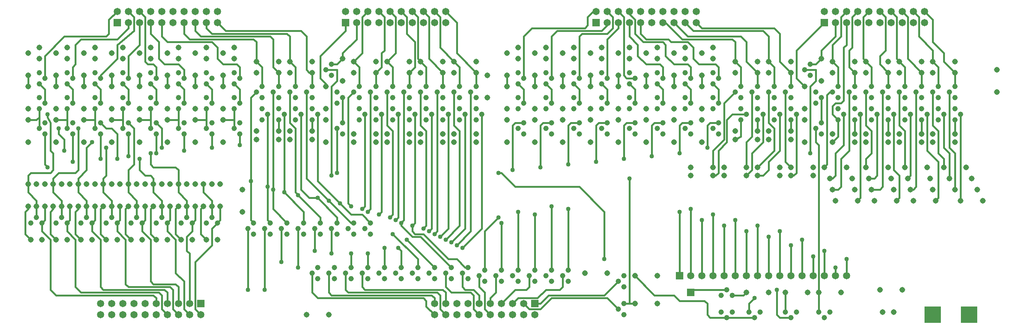
<source format=gbl>
G04 Output by ViewMate Deluxe V11.0.9  PentaLogix LLC*
G04 Mon Sep 14 11:20:41 2015*
%FSLAX33Y33*%
%MOMM*%
%IPPOS*%
%ADD11C,1.3081*%
%ADD12C,1.209*%
%ADD17C,1.016*%
%ADD100R,3.81X3.81*%
%ADD101R,1.651X1.651*%
%ADD102C,1.651*%
%ADD103R,1.8009X1.8009*%
%ADD104C,0.4064*%

%LPD*%
X0Y0D2*D104*G1X55651Y65088D2*X55651Y62548D1*X41681Y77152D2*X41681Y73978D1*X42951Y72708*X53111Y72708*X54381Y71438*X54381Y68898*X55651Y67628*X58826Y67628*X59461Y66992*X59461Y64452*X59461Y61912D2*X58191Y63182D1*X58191Y53022D2*X58191Y54928D1*X55651Y54928D2*X58191Y54928D1*X58191Y57468*X59461Y61912D2*X59461Y58738D1*X72161Y62548D2*X72161Y66992D1*X70891Y68262*X70891Y73978*X70256Y74612*X53111Y74612*X51841Y75882*X51841Y77152*X54381Y77152D2*X56286Y75248D1*X73431Y75248*X74701Y73978*X74701Y66358*X75336Y65722*X75971Y65722*X75971Y62548*X81686Y63818D2*X81686Y66358D1*X79146Y66358*X80416Y67628D2*X81686Y67628D1*X82956Y68898*X82956Y70168*X86131Y73342*X86131Y77152*X83591Y77152D2*X83591Y75248D1*X77876Y69532*X77876Y64452*X79146Y63182*X79146Y62548*X81686Y63818D2*X80416Y62548D1*X119151Y42862D2*X118516Y42862D1*X192811Y77152D2*X186461Y70802D1*X186461Y64452*X158521Y65088D2*X158521Y62548D1*X164871Y62548D2*X164871Y65088D1*X191541Y15558D2*X191541Y49212D1*X183921Y15558D2*X183921Y11112D1*X182016Y16192D2*X182016Y10478D1*X182651Y9842*X185191Y9842*X191541Y15558D2*X191541Y11112D1*X195351Y19368D2*X195351Y21272D1*X197891Y23178D2*X197891Y19368D1*X192811Y19368D2*X192811Y25082D1*X190271Y23812D2*X190271Y19368D1*X185191Y19368D2*X185191Y26352D1*X187731Y27622D2*X187731Y19368D1*X182651Y19368D2*X182651Y29528D1*X180111Y28258D2*X180111Y19368D1*X175031Y19368D2*X175031Y29528D1*X177571Y30798D2*X177571Y19368D1*X172491Y19368D2*X172491Y32068D1*X169951Y30798D2*X169951Y19368D1*X167411Y19368D2*X167411Y33338D1*X164871Y32068D2*X164871Y19368D1*X159791Y19368D2*X159791Y33972D1*X162331Y34608D2*X162331Y19368D1*X148361Y41592D2*X148361Y13018D1*X149631Y13018D2*X148361Y13018D1*X147091Y13018*X145821Y11748D2*X143281Y14288D1*X130581Y14288*X128041Y11748*X125501Y11748*X124231Y13018*X127406Y14288D2*X129311Y16192D1*X132486Y16192*X133121Y16828*X133121Y19368*X130581Y35242D2*X130581Y20638D1*X134391Y20638D2*X134391Y34608D1*X142646Y23178D2*X142646Y33972D1*X136931Y39688*X122326Y39688*X119151Y42862*X124231Y54292D2*X122326Y54292D1*X121691Y53658*X121691Y43498*X128041Y44132D2*X128041Y53658D1*X128676Y54292*X130581Y54292*X136931Y54292D2*X135026Y54292D1*X134391Y53658*X134391Y44768*X140741Y45402D2*X140741Y53658D1*X141376Y54292*X143281Y54292*X149631Y54292D2*X147726Y54292D1*X147091Y53658*X147091Y46038*X153441Y46672D2*X153441Y53658D1*X154076Y54292*X155981Y54292*X162331Y54292D2*X160426Y54292D1*X159791Y53658*X159791Y47308*X166141Y48578D2*X166141Y53658D1*X166776Y54292*X168681Y54292*X173761Y54928D2*X173761Y51118D1*X172491Y50482*X177571Y54928D2*X177571Y52388D1*X185191Y52388D2*X185191Y54928D1*X190906Y53022D2*X190906Y49848D1*X191541Y49212*X189636Y62548D2*X189636Y47308D1*X192176Y54292D2*X192176Y60008D1*X195986Y54928D2*X195986Y51118D1*X194716Y49848*X199796Y54928D2*X199796Y51752D1*X207416Y51752D2*X207416Y54928D1*X222656Y54928D2*X222656Y51752D1*X217576Y61278D2*X217576Y53658D1*X213766Y39688D2*X213766Y61278D1*X212496Y39052D2*X213131Y39052D1*X213766Y39688*X223926Y56198D2*X223926Y36512D1*X220116Y56198D2*X220116Y48578D1*X221386Y47308*X221386Y41592*X220116Y44132D2*X220116Y46038D1*X218846Y47308*X218846Y52388*X217576Y53658*X215036Y54928D2*X215036Y51752D1*X216306Y56198D2*X216306Y47942D1*X218846Y45402*X218846Y37148*X218211Y36512*X222656Y39052D2*X222656Y47308D1*X221386Y48578*X221386Y61278*X222656Y62548D2*X222656Y65722D1*X220116Y68262*X220116Y70168*X217576Y72708*X217576Y77788*X215671Y79692*X213131Y79692D2*X214401Y78422D1*X214401Y73978*X217576Y70802*X217576Y68262*X218846Y66992*X218846Y62548*X215036Y62548D2*X215036Y65722D1*X211861Y68898*X211861Y78422*X210591Y79692*X208051Y79692D2*X209321Y78422D1*X209321Y68898*X209956Y68262*X211226Y66992*X211226Y62548*X209956Y61278D2*X209956Y53658D1*X211226Y52388*X211226Y44132*X211861Y41592D2*X212496Y42228D1*X212496Y56198*X208686Y56198D2*X208686Y43498D1*X209956Y42228*X209956Y37148*X209321Y36512*X203606Y39052D2*X205511Y39052D1*X206146Y39688*X206146Y61278*X202336Y61278D2*X202336Y53658D1*X203606Y52388*X203606Y47308*X202336Y46038*X202336Y44132*X202971Y41592D2*X204241Y41592D1*X204876Y42228*X204876Y56198*X201066Y56198D2*X201066Y37148D1*X200431Y36512*X194716Y39052D2*X195986Y39052D1*X196621Y39688*X196621Y46038*X198526Y47942*X198526Y61278*X199796Y62548D2*X199796Y65722D1*X198526Y66992*X198526Y70802*X199161Y71438*X199161Y78422*X201701Y78422D2*X201701Y68898D1*X202336Y68262*X203606Y66992*X203606Y62548*X207416Y62548D2*X207416Y65722D1*X205511Y67628*X205511Y69532*X206781Y70802*X206781Y78422*X205511Y79692*X201701Y78422D2*X202971Y79692D1*X199161Y78422D2*X200431Y79692D1*X196621Y78422D2*X197891Y79692D1*X197891Y77152D2*X197891Y72072D1*X197256Y71438*X197256Y59372*X196621Y58738*X195351Y58738*X194716Y58102*X194716Y56198*X195986Y54928*X197256Y56198D2*X197256Y49212D1*X195351Y47308*X195351Y42228*X194716Y41592*X194081Y41592*X192811Y44132D2*X193446Y44768D1*X193446Y60642*X194081Y61278*X194716Y61278*X195986Y62548D2*X195986Y66992D1*X194716Y68262*X194716Y72072*X196621Y73978*X196621Y78422*X195351Y77152D2*X195351Y73978D1*X192176Y70802*X192176Y68898*X190906Y67628*X189636Y67628*X188366Y66358D2*X190906Y66358D1*X190906Y63818*X189636Y62548*X186461Y64452D2*X188366Y62548D1*X185191Y62548D2*X185191Y65722D1*X182651Y68262*X182651Y74612*X181381Y75882*X164871Y75882*X163601Y77152*X161061Y77152D2*X162966Y75248D1*X178841Y75248*X180111Y73978*X180111Y68262*X181381Y66992*X181381Y62548*X177571Y62548D2*X177571Y65722D1*X175031Y68262*X175031Y72708*X173761Y73978*X161696Y73978*X158521Y77152*X155981Y77152D2*X156616Y77152D1*X160426Y73342*X171856Y73342*X172491Y72708*X172491Y68262*X173761Y66992*X173761Y62548*X172491Y61278D2*X169951Y58738D1*X176301Y61278D2*X176301Y51118D1*X175031Y49848*X175031Y44132*X177571Y44132D2*X181381Y47942D1*X181381Y53022*X180111Y54292*X180111Y61278*X183921Y61278D2*X183921Y45402D1*X185191Y44132*X185191Y42228D2*X185826Y42228D1*X186461Y42862*X186461Y56198*X182651Y56198D2*X182651Y47942D1*X180111Y45402*X180111Y43498*X178841Y42228*X177571Y42228*X175031Y42228D2*X176301Y43498D1*X176301Y47308*X178841Y49848*X178841Y56198*X175031Y56198D2*X171856Y56198D1*X170586Y54928*X170586Y49848*X168681Y47942*X168681Y42862*X167411Y42228D2*X168046Y42228D1*X168681Y42862*X167411Y44132D2*X167411Y47942D1*X169951Y50482*X169951Y58738*X168681Y58738D2*X168681Y61912D1*X167411Y63182*X168681Y64452D2*X168681Y66992D1*X168046Y67628*X164236Y67628*X162966Y68898*X162966Y71438*X161696Y72708*X157886Y72708*X157251Y73342*X152171Y73342*X150901Y74612*X150901Y77152*X147091Y65088D2*X147091Y78422D1*X152171Y62548D2*X152171Y65088D1*X149631Y58738D2*X149631Y61912D1*X148361Y63182*X149631Y64452D2*X147726Y64452D1*X147091Y65088*X145821Y62548D2*X145821Y65088D1*X139471Y65088D2*X139471Y62548D1*X133121Y62548D2*X133121Y65088D1*X126771Y65088D2*X126771Y62548D1*X124231Y64452D2*X124231Y73978D1*X126136Y75882*X138201Y75882*X138836Y76518*X138836Y78422*X140106Y79692*X140741Y79692*X144551Y78422D2*X143281Y79692D1*X147091Y78422D2*X145821Y79692D1*X148361Y79692D2*X148361Y79058D1*X149631Y77788*X149631Y74612*X151536Y72708*X155981Y72708*X156616Y72072*X156616Y69532*X158521Y67628*X161696Y67628*X162331Y66992*X162331Y64452*X161061Y63182D2*X162331Y61912D1*X162331Y58738*X155981Y58738D2*X155981Y61912D1*X154711Y63182*X155981Y64452D2*X155981Y66992D1*X155346Y67628*X152171Y67628*X150266Y69532*X150266Y72072*X148361Y73978*X148361Y77152*X144551Y78422D2*X144551Y75882D1*X145821Y77152D2*X145821Y75882D1*X143281Y73342*X143281Y64452*X142011Y63182D2*X143281Y61912D1*X143281Y58738*X136931Y58738D2*X136931Y61912D1*X135661Y63182*X136931Y64452D2*X136931Y73978D1*X137566Y74612*X143281Y74612*X144551Y75882*X143281Y77152D2*X143281Y76518D1*X142011Y75248*X131851Y75248*X130581Y73978*X130581Y64452*X129311Y63182D2*X130581Y61912D1*X130581Y58738*X124231Y58738D2*X124231Y61912D1*X122961Y63182*X120421Y62548D2*X120421Y65088D1*X113436Y62548D2*X113436Y65722D1*X108991Y70168*X108991Y77152*X106451Y79692*X103911Y79692D2*X105181Y78422D1*X105181Y71438*X108356Y68262*X109626Y66992*X109626Y62548*X105816Y62548D2*X105816Y65722D1*X102641Y68898*X102641Y78422*X101371Y79692*X98831Y79692D2*X100101Y78422D1*X100101Y68898*X100736Y68262*X102006Y66992*X102006Y62548*X98196Y62548D2*X98196Y65722D1*X99466Y66992*X99466Y72708*X97561Y74612*X97561Y78422*X96291Y79692*X92481Y78422D2*X92481Y70802D1*X91846Y70168*X91846Y66992*X90576Y65722*X90576Y62548*X86766Y62548D2*X86766Y66992D1*X85496Y68262*X87401Y70168*X87401Y78422*X88671Y79692*X92481Y78422D2*X91211Y79692D1*X93751Y79692D2*X95021Y78422D1*X95021Y70168*X93116Y68262*X94386Y66992*X94386Y62548*X93116Y61278D2*X93116Y53658D1*X94386Y52388*X94386Y33338*X93751Y32702*X53111Y35242D2*X53111Y32702D1*X50571Y34608D2*X51206Y35242D1*X47396Y32702D2*X47396Y35242D1*X47396Y36512*X35331Y53022D2*X35331Y44768D1*X11201Y65088D2*X11201Y62548D1*X17551Y62548D2*X17551Y65088D1*X23901Y65088D2*X23901Y62548D1*X30251Y62548D2*X30251Y65088D1*X36601Y65088D2*X36601Y62548D1*X42951Y62548D2*X42951Y65088D1*X45491Y63182D2*X46761Y61912D1*X46761Y58738*X45491Y57468D2*X45491Y54928D1*X42951Y54928D2*X45491Y54928D1*X45491Y53022*X46761Y47942D2*X46761Y51752D1*X41681Y48578D2*X41681Y53022D1*X40411Y54292*X39141Y57468D2*X39141Y54928D1*X40411Y58738D2*X40411Y61912D1*X39141Y63182*X40411Y64452D2*X40411Y66992D1*X39776Y67628*X38506Y67628*X37871Y68262*X37871Y78422*X34061Y77152D2*X34061Y75882D1*X31521Y73342*X23266Y73342*X21996Y72072*X21996Y67628*X21361Y66992*X21361Y64452*X20091Y63182D2*X21361Y61912D1*X21361Y58738*X20091Y54928D2*X20091Y57468D1*X18186Y53022D2*X18186Y51752D1*X19456Y50482*X19456Y47942*X21361Y51752D2*X21361Y45402D1*X20091Y53022D2*X20091Y54928D1*X17551Y54928*X15646Y56198D2*X15646Y55562D1*X16281Y54292*X16281Y47942*X16916Y47308*X16916Y43498*X16281Y42862*X11201Y34608D2*X11201Y35242D1*X10566Y28892D2*X10566Y33972D1*X11201Y34608*X25806Y31432D2*X25806Y29528D1*X27711Y27622*X33426Y27622D2*X31521Y29528D1*X31521Y31432*X34061Y35242D2*X33426Y34608D1*X35966Y32702D2*X35966Y35242D1*X35966Y36512*X34061Y38418*X34061Y40322*X34061Y43498*X35331Y44768*X36601Y46038D2*X36601Y43498D1*X37871Y42228*X39141Y42228*X39776Y41592*X39776Y40322*X39776Y38418*X41681Y36512*X41681Y35242*X41681Y32702*X42951Y29528D2*X42951Y31432D1*X43586Y32068*X43586Y35242*X45491Y35242D2*X44856Y34608D1*X44856Y28892*X46126Y27622*X51841Y27622D2*X50571Y28892D1*X50571Y34608*X49301Y35242D2*X49301Y32068D1*X48666Y31432*X48666Y29528*X47396Y28258*X47396Y25082*X48031Y24448*X48031Y13018*X46761Y11748D2*X46761Y18098D1*X44856Y20002*X44856Y27622*X42951Y29528*X40411Y27622D2*X39141Y28892D1*X39141Y34608*X39776Y35242*X37871Y35242D2*X37871Y32068D1*X37236Y31432*X37236Y29528*X39141Y27622*X39141Y18098*X39776Y17462*X44856Y17462*X45491Y16828*X45491Y13018*X42951Y13018D2*X42951Y15558D1*X42316Y16192*X28346Y16192*X27711Y16828*X27711Y27622*X28981Y27622D2*X27711Y28892D1*X27711Y34608*X28346Y35242*X26441Y35242D2*X26441Y32068D1*X25806Y31432*X24536Y35242D2*X24536Y32702D1*X21996Y33972D2*X21996Y28892D1*X23266Y27622*X20091Y31432D2*X20091Y29528D1*X21996Y27622*X21996Y16828*X23266Y15558*X41046Y15558*X41681Y14922*X41681Y11748*X42951Y10478*X40411Y13018D2*X40411Y14288D1*X39776Y14922*X17551Y14922*X16281Y16192*X16281Y27622*X10566Y28892D2*X11836Y27622D1*X14376Y31432D2*X14376Y29528D1*X16281Y27622*X17551Y27622D2*X16281Y28892D1*X16281Y33972*X18821Y35242D2*X18821Y36512D1*X16916Y38418*X16916Y40322*X16916Y41592*X18186Y42862*X21996Y42862*X22631Y43498*X22631Y53022*X26441Y57468D2*X26441Y54928D1*X27711Y58738D2*X27711Y61912D1*X26441Y63182*X27711Y64452D2*X27711Y65088D1*X31521Y68898*X31521Y72072*X35331Y75248*X35331Y78422*X36601Y77152D2*X36601Y72072D1*X34061Y69532*X34061Y64452*X32791Y63182D2*X34061Y61912D1*X34061Y58738*X32791Y57468D2*X32791Y54928D1*X32791Y53022*X34061Y46672D2*X34061Y51752D1*X31521Y46038D2*X31521Y51752D1*X30251Y53022*X28981Y53022*X26441Y53022D2*X26441Y54928D1*X23901Y54928*X28981Y53022D2*X27711Y54292D1*X32791Y54928D2*X30251Y54928D1*X35331Y53022D2*X34061Y54292D1*X36601Y54928D2*X39141Y54928D1*X39141Y53022*X40411Y47308D2*X40411Y51752D1*X39141Y47308D2*X39141Y44768D1*X39776Y44132*X44856Y44132*X45491Y43498*X45491Y40322*X45491Y38418*X47396Y36512*X51206Y40322D2*X51206Y38418D1*X53111Y36512*X53111Y35242*X55016Y35242D2*X55016Y32068D1*X54381Y31432*X53111Y30162*X53111Y26352*X49301Y22542*X49301Y11748*X50571Y10478*X46761Y11748D2*X48031Y10478D1*X45491Y10478D2*X44221Y11748D1*X44221Y16192*X43586Y16828*X34061Y16828*X33426Y17462*X33426Y27622*X34696Y27622D2*X33426Y28892D1*X33426Y34608*X32156Y35242D2*X32156Y32068D1*X31521Y31432*X30251Y32702D2*X30251Y35242D1*X30251Y36512*X28346Y38418*X28346Y40322*X28346Y41592*X28981Y42228*X28981Y48578*X27711Y51752D2*X27711Y46038D1*X25806Y49848D2*X24536Y48578D1*X24536Y43498*X22631Y41592*X22631Y40322*X22631Y38418*X24536Y36512*X24536Y35242*X22631Y35242D2*X22631Y34608D1*X21996Y33972*X20726Y35242D2*X20726Y32068D1*X20091Y31432*X18821Y35242D2*X18821Y32702D1*X16916Y35242D2*X16916Y34608D1*X16281Y33972*X15011Y35242D2*X15011Y32068D1*X14376Y31432*X13106Y32702D2*X13106Y35242D1*X13106Y36512*X11201Y38418*X11201Y40322*X11201Y42228*X11836Y42862*X16281Y42862*X15646Y44132D2*X15011Y44768D1*X15011Y51752*X13741Y55562D2*X13741Y53022D1*X11201Y54928D2*X13106Y54928D1*X13741Y55562*X13741Y57468*X15011Y58738D2*X15011Y61912D1*X13741Y63182*X15011Y64452D2*X15011Y69532D1*X19456Y73978*X28981Y73978*X29616Y74612*X29616Y77788*X31521Y79692*X35331Y78422D2*X34061Y79692D1*X37871Y78422D2*X36601Y79692D1*X39141Y77152D2*X39141Y74612D1*X41046Y72708*X41046Y68898*X42316Y67628*X45491Y67628*X46761Y66358*X46761Y64452*X49301Y62548D2*X49301Y65088D1*X51841Y63182D2*X53111Y61912D1*X53111Y58738*X51841Y57468D2*X51841Y54928D1*X49301Y54928D2*X51841Y54928D1*X51841Y53022*X53111Y48578D2*X53111Y51752D1*X59461Y51752D2*X59461Y49212D1*X68351Y54928D2*X68351Y52388D1*X65811Y56198D2*X65811Y39688D1*X65811Y32068*X66446Y31432*X65176Y16192D2*X65176Y30162D1*X61366Y30162D2*X61366Y16192D1*X62636Y31432D2*X62001Y32068D1*X62001Y40958*X62001Y60008*X63271Y61278*X64541Y62548D2*X64541Y66992D1*X63271Y68262*X63271Y72708*X62636Y73342*X48031Y73342*X46761Y74612*X46761Y77152*X49301Y77152D2*X49301Y75248D1*X50571Y73978*X66446Y73978*X67081Y73342*X67081Y66992*X68351Y65722*X68351Y62548*X67081Y61278D2*X67081Y39052D1*X67081Y34608*X70256Y31432*X68986Y22542D2*X68986Y30162D1*X72796Y30162D2*X72796Y21272D1*X74066Y31432D2*X74066Y33972D1*X69621Y38418*X69621Y56198*X75971Y52388D2*X75971Y54928D1*X81686Y42862D2*X81686Y53022D1*X80416Y62548D2*X80416Y42228D1*X82956Y54292D2*X82956Y60008D1*X88036Y56198D2*X88036Y35242D1*X87401Y34608*X84861Y33338D2*X87401Y33338D1*X89306Y31432*X85496Y31432D2*X84861Y31432D1*X79781Y36512*X74701Y41592*X74701Y61278*X70891Y61278D2*X70891Y54292D1*X72161Y53022*X72161Y38418*X72796Y37782*X77876Y32702*X77876Y31432*X76606Y25082D2*X76606Y30162D1*X80416Y30162D2*X80416Y24448D1*X81686Y31432D2*X81686Y32702D1*X77241Y37148*X75336Y37148*X73431Y39052*X73431Y56198*X77241Y56198D2*X77241Y40958D1*X82321Y35878*X84861Y33338*X84861Y35242D2*X84226Y35878D1*X84226Y60008*X85496Y61278*X89306Y61278D2*X89306Y34608D1*X88671Y33972*X91211Y33338D2*X91846Y33972D1*X91846Y56198*X95656Y56198D2*X95656Y32702D1*X95021Y32068*X108991Y26352D2*X112166Y29528D1*X112166Y61278*X107086Y56198D2*X107086Y30162D1*X105181Y28258*X103911Y28892D2*X104546Y29528D1*X104546Y61278*X108356Y61278D2*X108356Y53658D1*X109626Y52388*X109626Y30798*X106451Y27622*X107721Y26988D2*X110896Y30162D1*X110896Y56198*X114706Y56198D2*X114706Y30162D1*X110261Y25718*X100101Y21272D2*X100101Y23178D1*X94386Y28892*X92481Y21272D2*X92481Y25718D1*X96291Y21272D2*X96291Y25082D1*X95656Y25718*X103911Y21272D2*X97561Y27622D1*X106451Y13018D2*X106451Y15558D1*X103911Y13018D2*X103911Y14288D1*X103276Y14922*X80416Y14922*X79781Y15558*X79781Y20002*X75971Y20002D2*X75971Y15558D1*X77241Y14288*X101371Y14288*X102006Y13652*X102006Y12382*X103911Y10478*X106451Y10478D2*X105181Y11748D1*X105181Y14922*X104546Y15558*X84226Y15558*X83591Y16192*X83591Y20002*X84861Y24448D2*X84861Y21272D1*X88671Y21272D2*X88671Y24448D1*X87401Y20002D2*X87401Y16828D1*X88036Y16192*X105816Y16192*X106451Y15558*X117881Y19368D2*X117881Y15558D1*X116611Y14288*X116611Y13018*X114071Y13018D2*X114071Y14922D1*X112801Y16192*X110896Y16192*X110261Y16828*X110261Y20002*X111531Y21272D2*X110896Y21272D1*X108991Y23178*X107086Y23178*X101371Y28892*X102641Y29528D2*X103276Y30162D1*X103276Y56198*X99466Y56198D2*X99466Y31432D1*X98831Y30798*X98831Y29528*X99466Y28892*X101371Y28892*X101371Y30162D2*X102006Y30798D1*X102006Y52388*X100736Y53658*X100736Y61278*X96926Y61278D2*X96926Y32068D1*X96291Y31432*X96291Y30798*X98831Y28258*X100736Y28258*X107721Y21272*X106451Y20002D2*X106451Y16828D1*X107721Y15558*X112166Y15558*X112801Y14922*X112801Y11748*X114071Y10478*X116611Y10478D2*X115341Y11748D1*X115341Y15558*X114071Y16828*X114071Y19368*X115341Y20638D2*X115341Y29528D1*X118516Y32702*X119151Y20638D2*X119151Y31432D1*X122961Y33972D2*X122961Y20638D1*X126771Y20638D2*X126771Y33338D1*X125501Y19368D2*X125501Y16828D1*X124866Y16192*X122326Y16192*X119151Y13018*X121691Y13018D2*X122961Y14288D1*X127406Y14288*X126771Y13018D2*X128041Y13018D1*X129946Y14922*X142646Y14922*X145821Y18098*X149631Y19368D2*X154076Y14922D1*X158521Y14922*X159791Y13652*X165506Y13652*X166141Y13018*X166141Y10478*X166776Y9842*X170586Y9842*X176936Y9842*X175666Y11112D2*X175666Y13018D1*X176936Y14288*X175031Y15558D2*X174396Y14922D1*X171856Y14922*X170586Y16192D2*X162966Y16192D1*X162331Y15558*D11*X55651Y62548D3*X55651Y65088D3*X42951Y65088D3*X49301Y65088D3*X49301Y62548D3*X42951Y62548D3*X36601Y62548D3*X36601Y65088D3*X13741Y71438D3*X11201Y70168D3*X13741Y68898D3*X20091Y68898D3*X17551Y70168D3*X20091Y71438D3*X32791Y71438D3*X39141Y71438D3*X45491Y71438D3*X51841Y71438D3*X58191Y71438D3*X58191Y68898D3*X55651Y70168D3*X51841Y68898D3*X49301Y70168D3*X45491Y68898D3*X42951Y70168D3*X39141Y68898D3*X36601Y70168D3*X32791Y68898D3*X30251Y70168D3*X26441Y71438D3*X23901Y70168D3*X26441Y68898D3*X23901Y65088D3*X30251Y65088D3*X30251Y62548D3*X23901Y62548D3*X17551Y62548D3*X17551Y65088D3*X11201Y65088D3*X11201Y62548D3*X11201Y54928D3*X11201Y57468D3*X17551Y57468D3*X17551Y54928D3*X30251Y54928D3*X23901Y54928D3*X23901Y57468D3*X30251Y57468D3*X36601Y57468D3*X36601Y54928D3*X49301Y54928D3*X42951Y54928D3*X42951Y57468D3*X49301Y57468D3*X55651Y57468D3*X55651Y54928D3*X55651Y49848D3*X49301Y49848D3*X42951Y49848D3*X36601Y49848D3*X30251Y49848D3*X23901Y49848D3*X17551Y49848D3*X11201Y49848D3*X11201Y40322D3*X13106Y40322D3*X15011Y40322D3*X16916Y40322D3*X18821Y40322D3*X20726Y40322D3*X22631Y40322D3*X24536Y40322D3*X26441Y40322D3*X28346Y40322D3*X30251Y40322D3*X32156Y40322D3*X34061Y40322D3*X35966Y40322D3*X37871Y40322D3*X39776Y40322D3*X41681Y40322D3*X43586Y40322D3*X45491Y40322D3*X47396Y40322D3*X49301Y40322D3*X51206Y40322D3*X53111Y40322D3*X55016Y40322D3*X60096Y39052D3*X60096Y33972D3*X55016Y35242D3*X53111Y35242D3*X51206Y35242D3*X49301Y35242D3*X47396Y35242D3*X45491Y35242D3*X43586Y35242D3*X41681Y35242D3*X39776Y35242D3*X37871Y35242D3*X35966Y35242D3*X34061Y35242D3*X32156Y35242D3*X30251Y35242D3*X28346Y35242D3*X26441Y35242D3*X24536Y35242D3*X22631Y35242D3*X20726Y35242D3*X18821Y35242D3*X16916Y35242D3*X15011Y35242D3*X13106Y35242D3*X11201Y35242D3*X11836Y27622D3*X14376Y27622D3*X17551Y27622D3*X20091Y27622D3*X23266Y27622D3*X25806Y27622D3*X28981Y27622D3*X31521Y27622D3*X34696Y27622D3*X37236Y27622D3*X40411Y27622D3*X42951Y27622D3*X46126Y27622D3*X48666Y27622D3*X51841Y27622D3*X54381Y27622D3*X74701Y10478D3*X79781Y10478D3*X206146Y11112D3*X208686Y11112D3*X232181Y61278D3*X232181Y66358D3*X215036Y68262D3*X217576Y68262D3*X222656Y68262D3*X222656Y65722D3*X217576Y65722D3*X215036Y65722D3*X164871Y49848D3*X158521Y49848D3*X152171Y49848D3*X145821Y49848D3*X139471Y49848D3*X133121Y49848D3*X126771Y49848D3*X120421Y49848D3*X113436Y51752D3*X113436Y49848D3*X105816Y49848D3*X108356Y49848D3*X108356Y51752D3*X105816Y51752D3*X98196Y51752D3*X100736Y51752D3*X100736Y49848D3*X98196Y49848D3*X90576Y49848D3*X93116Y49848D3*X93116Y51752D3*X90576Y51752D3*X85496Y51752D3*X85496Y49848D3*X79146Y49848D3*X75971Y50482D3*X70891Y50482D3*X68351Y50482D3*X63271Y50482D3*X63271Y52388D3*X68351Y52388D3*X70891Y52388D3*X75971Y52388D3*X79146Y54928D3*X79146Y57468D3*X108356Y68262D3*X105816Y68262D3*X100736Y68262D3*X98196Y68262D3*X93116Y68262D3*X90576Y68262D3*X85496Y68262D3*X82956Y68898D3*X75971Y68262D3*X70891Y68262D3*X68351Y68262D3*X63271Y68262D3*X63271Y65722D3*X68351Y65722D3*X70891Y65722D3*X75971Y65722D3*X79146Y62548D3*X82956Y63818D3*X85496Y65722D3*X90576Y65722D3*X93116Y65722D3*X98196Y65722D3*X100736Y65722D3*X105816Y65722D3*X108356Y65722D3*X126771Y65088D3*X126771Y62548D3*X133121Y62548D3*X133121Y65088D3*X145821Y65088D3*X139471Y65088D3*X139471Y62548D3*X145821Y62548D3*X152171Y62548D3*X152171Y65088D3*X158521Y65088D3*X164871Y65088D3*X164871Y62548D3*X158521Y62548D3*X158521Y57468D3*X164871Y57468D3*X164871Y54928D3*X158521Y54928D3*X152171Y54928D3*X152171Y57468D3*X139471Y57468D3*X145821Y57468D3*X145821Y54928D3*X139471Y54928D3*X133121Y54928D3*X133121Y57468D3*X126771Y57468D3*X126771Y54928D3*X120421Y54928D3*X120421Y57468D3*X115976Y60008D3*X120421Y62548D3*X120421Y65088D3*X115976Y65088D3*X113436Y65722D3*X113436Y68262D3*X129311Y71438D3*X122961Y71438D3*X120421Y70168D3*X122961Y68898D3*X126771Y70168D3*X129311Y68898D3*X135661Y68898D3*X133121Y70168D3*X135661Y71438D3*X148361Y71438D3*X142011Y71438D3*X139471Y70168D3*X142011Y68898D3*X145821Y70168D3*X148361Y68898D3*X154711Y68898D3*X152171Y70168D3*X154711Y71438D3*X167411Y71438D3*X161061Y71438D3*X158521Y70168D3*X161061Y68898D3*X164871Y70168D3*X167411Y68898D3*X185191Y65722D3*X180111Y65722D3*X177571Y65722D3*X172491Y65722D3*X172491Y68262D3*X177571Y68262D3*X180111Y68262D3*X185191Y68262D3*X192176Y68898D3*X194716Y68262D3*X199796Y68262D3*X202336Y68262D3*X207416Y68262D3*X209956Y68262D3*X209956Y65722D3*X207416Y65722D3*X202336Y65722D3*X199796Y65722D3*X194716Y65722D3*X192176Y63818D3*X188366Y62548D3*X188366Y57468D3*X188366Y54928D3*X185191Y52388D3*X180111Y52388D3*X177571Y52388D3*X172491Y52388D3*X172491Y50482D3*X177571Y50482D3*X180111Y50482D3*X185191Y50482D3*X188366Y49848D3*X194716Y51752D3*X194716Y49848D3*X202336Y49848D3*X199796Y49848D3*X199796Y51752D3*X202336Y51752D3*X209956Y51752D3*X207416Y51752D3*X207416Y49848D3*X209956Y49848D3*X217576Y49848D3*X215036Y49848D3*X215036Y51752D3*X217576Y51752D3*X222656Y51752D3*X222656Y49848D3*X229006Y36512D3*X223926Y36512D3*X212496Y39052D3*X208686Y39052D3*X203606Y39052D3*X199796Y39052D3*X194716Y39052D3*X195351Y36512D3*X200431Y36512D3*X204241Y36512D3*X209321Y36512D3*X213131Y36512D3*X218211Y36512D3*X217576Y39052D3*X222656Y39052D3*X227736Y39052D3*X226466Y41592D3*X225196Y44132D3*X221386Y41592D3*X220116Y44132D3*X216941Y41592D3*X216306Y44132D3*X211226Y44132D3*X211861Y41592D3*X208051Y41592D3*X207416Y44132D3*X202336Y44132D3*X202971Y41592D3*X199161Y41592D3*X197891Y44132D3*X194081Y41592D3*X192811Y44132D3*X190271Y44132D3*X190271Y42228D3*X182651Y42228D3*X185191Y42228D3*X185191Y44132D3*X182651Y44132D3*X175031Y44132D3*X177571Y44132D3*X177571Y42228D3*X175031Y42228D3*X167411Y42228D3*X169951Y42228D3*X169951Y44132D3*X167411Y44132D3*X162331Y44132D3*X162331Y42228D3*X138201Y20002D3*X143281Y20002D3*X154711Y19368D3*X149631Y19368D3*X149631Y13018D3*X154711Y13018D3*X175031Y15558D3*X180111Y15558D3*X183921Y15558D3*X189001Y15558D3*X191541Y15558D3*X196621Y15558D3*X205511Y16192D3*X210591Y16192D3*D12*X169316Y14922D3*X170586Y16192D3*X171856Y14922D3*X192811Y9842D3*X194081Y11112D3*X191541Y11112D3*X185191Y9842D3*X186461Y11112D3*X183921Y11112D3*X176936Y9842D3*X178206Y11112D3*X175666Y11112D3*X170586Y9842D3*X171856Y11112D3*X169316Y11112D3*X147091Y10478D3*X145821Y11748D3*X147091Y13018D3*X147091Y16828D3*X147091Y19368D3*X145821Y18098D3*X88671Y18732D3*X92481Y18732D3*X96291Y18732D3*X100101Y18732D3*X103911Y18732D3*X107721Y18732D3*X111531Y18732D3*X119151Y20638D3*X122961Y20638D3*X126771Y20638D3*X130581Y20638D3*X134391Y20638D3*X134391Y18098D3*X133121Y19368D3*X130581Y18098D3*X129311Y19368D3*X126771Y18098D3*X125501Y19368D3*X122961Y18098D3*X121691Y19368D3*X119151Y18098D3*X117881Y19368D3*X115341Y18098D3*X114071Y19368D3*X115341Y20638D3*X111531Y21272D3*X110261Y20002D3*X107721Y21272D3*X106451Y20002D3*X103911Y21272D3*X102641Y20002D3*X100101Y21272D3*X98831Y20002D3*X96291Y21272D3*X95021Y20002D3*X92481Y21272D3*X91211Y20002D3*X88671Y21272D3*X87401Y20002D3*X84861Y21272D3*X83591Y20002D3*X84861Y18732D3*X81051Y18732D3*X77241Y18732D3*X75971Y20002D3*X77241Y21272D3*X79781Y20002D3*X81051Y21272D3*X81686Y31432D3*X85496Y31432D3*X89306Y31432D3*X89306Y28892D3*X88036Y30162D3*X85496Y28892D3*X84226Y30162D3*X81686Y28892D3*X80416Y30162D3*X62636Y31432D3*X66446Y31432D3*X70256Y31432D3*X74066Y31432D3*X77876Y31432D3*X77876Y28892D3*X76606Y30162D3*X74066Y28892D3*X72796Y30162D3*X70256Y28892D3*X68986Y30162D3*X66446Y28892D3*X65176Y30162D3*X62636Y28892D3*X61366Y30162D3*X54381Y31432D3*X47396Y32702D3*X35966Y32702D3*X24536Y32702D3*X18821Y32702D3*X13106Y32702D3*X11836Y31432D3*X14376Y31432D3*X17551Y31432D3*X20091Y31432D3*X23266Y31432D3*X25806Y31432D3*X30251Y32702D3*X28981Y31432D3*X31521Y31432D3*X34696Y31432D3*X37236Y31432D3*X41681Y32702D3*X40411Y31432D3*X42951Y31432D3*X46126Y31432D3*X48666Y31432D3*X51841Y31432D3*X53111Y32702D3*X72161Y62548D3*X75971Y62548D3*X80416Y67628D3*X79146Y66358D3*X80416Y65088D3*X86766Y62548D3*X90576Y62548D3*X94386Y62548D3*X98196Y62548D3*X102006Y62548D3*X105816Y62548D3*X109626Y62548D3*X113436Y62548D3*X122961Y65722D3*X122961Y63182D3*X124231Y64452D3*X129311Y65722D3*X129311Y63182D3*X130581Y64452D3*X135661Y65722D3*X135661Y63182D3*X136931Y64452D3*X177571Y62548D3*X181381Y62548D3*X185191Y62548D3*X189636Y67628D3*X188366Y66358D3*X189636Y65088D3*X195986Y62548D3*X199796Y62548D3*X203606Y62548D3*X207416Y62548D3*X211226Y62548D3*X215036Y62548D3*X218846Y62548D3*X222656Y62548D3*X222656Y54928D3*X218846Y54928D3*X215036Y54928D3*X211226Y54928D3*X207416Y54928D3*X203606Y54928D3*X199796Y54928D3*X192176Y51752D3*X190906Y53022D3*X192176Y54292D3*X195986Y54928D3*X195986Y57468D3*X197256Y56198D3*X199796Y57468D3*X201066Y56198D3*X203606Y57468D3*X204876Y56198D3*X207416Y57468D3*X208686Y56198D3*X211226Y57468D3*X212496Y56198D3*X215036Y57468D3*X216306Y56198D3*X218846Y57468D3*X220116Y56198D3*X223926Y56198D3*X222656Y57468D3*X222656Y60008D3*X221386Y61278D3*X218846Y60008D3*X217576Y61278D3*X215036Y60008D3*X213766Y61278D3*X211226Y60008D3*X209956Y61278D3*X207416Y60008D3*X206146Y61278D3*X203606Y60008D3*X202336Y61278D3*X199796Y60008D3*X198526Y61278D3*X195986Y60008D3*X194716Y61278D3*X190906Y61278D3*X192176Y60008D3*X190906Y58738D3*X185191Y60008D3*X183921Y61278D3*X181381Y60008D3*X180111Y61278D3*X177571Y60008D3*X176301Y61278D3*X173761Y60008D3*X172491Y61278D3*X173761Y62548D3*X167411Y65722D3*X168681Y64452D3*X167411Y63182D3*X161061Y63182D3*X162331Y64452D3*X161061Y65722D3*X154711Y65722D3*X155981Y64452D3*X154711Y63182D3*X148361Y63182D3*X149631Y64452D3*X148361Y65722D3*X142011Y65722D3*X143281Y64452D3*X142011Y63182D3*X143281Y54292D3*X142011Y53022D3*X143281Y51752D3*X149631Y51752D3*X148361Y53022D3*X149631Y54292D3*X162331Y54292D3*X167411Y57468D3*X161061Y57468D3*X161061Y60008D3*X162331Y58738D3*X167411Y60008D3*X168681Y58738D3*X177571Y54928D3*X181381Y54928D3*X185191Y54928D3*X186461Y56198D3*X185191Y57468D3*X182651Y56198D3*X181381Y57468D3*X178841Y56198D3*X177571Y57468D3*X173761Y57468D3*X175031Y56198D3*X173761Y54928D3*X168681Y54292D3*X168681Y51752D3*X167411Y53022D3*X162331Y51752D3*X161061Y53022D3*X155981Y51752D3*X154711Y53022D3*X155981Y54292D3*X154711Y57468D3*X155981Y58738D3*X154711Y60008D3*X148361Y60008D3*X149631Y58738D3*X148361Y57468D3*X142011Y57468D3*X143281Y58738D3*X142011Y60008D3*X135661Y60008D3*X136931Y58738D3*X135661Y57468D3*X124231Y54292D3*X122961Y57468D3*X122961Y60008D3*X124231Y58738D3*X129311Y60008D3*X130581Y58738D3*X129311Y57468D3*X130581Y54292D3*X136931Y54292D3*X136931Y51752D3*X135661Y53022D3*X130581Y51752D3*X129311Y53022D3*X124231Y51752D3*X122961Y53022D3*X109626Y54928D3*X105816Y54928D3*X102006Y54928D3*X98196Y54928D3*X94386Y54928D3*X90576Y54928D3*X72161Y54928D3*X72161Y57468D3*X73431Y56198D3*X75971Y57468D3*X77241Y56198D3*X75971Y54928D3*X82956Y51752D3*X81686Y53022D3*X82956Y54292D3*X86766Y54928D3*X86766Y57468D3*X88036Y56198D3*X90576Y57468D3*X91846Y56198D3*X94386Y57468D3*X95656Y56198D3*X98196Y57468D3*X99466Y56198D3*X102006Y57468D3*X103276Y56198D3*X105816Y57468D3*X107086Y56198D3*X109626Y57468D3*X110896Y56198D3*X113436Y54928D3*X114706Y56198D3*X113436Y57468D3*X113436Y60008D3*X112166Y61278D3*X109626Y60008D3*X108356Y61278D3*X105816Y60008D3*X104546Y61278D3*X102006Y60008D3*X100736Y61278D3*X98196Y60008D3*X96926Y61278D3*X94386Y60008D3*X93116Y61278D3*X90576Y60008D3*X89306Y61278D3*X86766Y60008D3*X85496Y61278D3*X81686Y61278D3*X82956Y60008D3*X81686Y58738D3*X75971Y60008D3*X74701Y61278D3*X72161Y60008D3*X70891Y61278D3*X68351Y60008D3*X67081Y61278D3*X68351Y62548D3*X64541Y62548D3*X63271Y61278D3*X64541Y60008D3*X58191Y57468D3*X53111Y54292D3*X51841Y57468D3*X45491Y57468D3*X46761Y54292D3*X40411Y54292D3*X39141Y57468D3*X34061Y54292D3*X32791Y57468D3*X26441Y57468D3*X27711Y54292D3*X21361Y54292D3*X20091Y57468D3*X20091Y60008D3*X21361Y58738D3*X26441Y60008D3*X27711Y58738D3*X32791Y60008D3*X34061Y58738D3*X39141Y60008D3*X40411Y58738D3*X45491Y60008D3*X46761Y58738D3*X51841Y60008D3*X53111Y58738D3*X58191Y60008D3*X59461Y58738D3*X64541Y57468D3*X65811Y56198D3*X68351Y57468D3*X69621Y56198D3*X68351Y54928D3*X64541Y54928D3*X59461Y54292D3*X59461Y51752D3*X58191Y53022D3*X53111Y51752D3*X51841Y53022D3*X46761Y51752D3*X45491Y53022D3*X40411Y51752D3*X39141Y53022D3*X34061Y51752D3*X32791Y53022D3*X27711Y51752D3*X26441Y53022D3*X21361Y51752D3*X20091Y53022D3*X15011Y51752D3*X13741Y53022D3*X15011Y54292D3*X13741Y57468D3*X15011Y58738D3*X13741Y60008D3*X13741Y65722D3*X13741Y63182D3*X15011Y64452D3*X20091Y65722D3*X20091Y63182D3*X21361Y64452D3*X26441Y65722D3*X26441Y63182D3*X27711Y64452D3*X32791Y65722D3*X32791Y63182D3*X34061Y64452D3*X39141Y65722D3*X39141Y63182D3*X40411Y64452D3*X45491Y65722D3*X45491Y63182D3*X46761Y64452D3*X51841Y65722D3*X51841Y63182D3*X53111Y64452D3*X58191Y65722D3*X59461Y64452D3*X58191Y63182D3*D17*X15646Y44132D3*X21361Y45402D3*X19456Y47942D3*X15646Y56198D3*X18186Y53022D3*X22631Y53022D3*X80416Y42228D3*X81686Y42862D3*X142646Y23178D3*X176936Y14288D3*X182016Y16192D3*X195351Y21272D3*X197891Y23178D3*X192811Y25082D3*X190271Y23812D3*X185191Y26352D3*X187731Y27622D3*X182651Y29528D3*X180111Y28258D3*X175031Y29528D3*X177571Y30798D3*X172491Y32068D3*X169951Y30798D3*X167411Y33338D3*X164871Y32068D3*X159791Y33972D3*X162331Y34608D3*X189636Y47308D3*X166141Y48578D3*X159791Y47308D3*X153441Y46672D3*X147091Y46038D3*X118516Y42862D3*X121691Y43498D3*X128041Y44132D3*X134391Y44768D3*X140741Y45402D3*X148361Y41592D3*X134391Y34608D3*X130581Y35242D3*X126771Y33338D3*X122961Y33972D3*X119151Y31432D3*X118516Y32702D3*X94386Y28892D3*X61366Y16192D3*X65176Y16192D3*X72796Y21272D3*X68986Y22542D3*X76606Y25082D3*X80416Y24448D3*X84861Y24448D3*X88671Y24448D3*X92481Y25718D3*X95656Y25718D3*X97561Y27622D3*X110261Y25718D3*X108991Y26352D3*X107721Y26988D3*X106451Y27622D3*X105181Y28258D3*X103911Y28892D3*X102641Y29528D3*X101371Y30162D3*X98831Y30798D3*X96291Y31432D3*X95021Y32068D3*X93751Y32702D3*X91211Y33338D3*X88671Y33972D3*X87401Y34608D3*X84861Y35242D3*X82321Y35878D3*X79781Y36512D3*X77241Y37148D3*X72796Y37782D3*X69621Y38418D3*X67081Y39052D3*X65811Y39688D3*X62001Y40958D3*X59461Y49212D3*X53111Y48578D3*X46761Y47942D3*X41681Y48578D3*X40411Y47308D3*X39141Y47308D3*X36601Y46038D3*X34061Y46672D3*X31521Y46038D3*X27711Y46038D3*X28981Y48578D3*X25806Y49848D3*D100*X225831Y10478D3*X217576Y10478D3*D101*X192811Y77152D3*X140741Y77152D3*X83591Y77152D3*X31521Y77152D3*X50571Y13018D3*X126771Y13018D3*X159791Y19368D3*D102*X54381Y77152D3*X51841Y77152D3*X49301Y77152D3*X46761Y77152D3*X44221Y77152D3*X41681Y77152D3*X39141Y77152D3*X36601Y77152D3*X34061Y77152D3*X31521Y79692D3*X34061Y79692D3*X36601Y79692D3*X39141Y79692D3*X41681Y79692D3*X44221Y79692D3*X46761Y79692D3*X49301Y79692D3*X51841Y79692D3*X54381Y79692D3*X106451Y79692D3*X103911Y79692D3*X101371Y79692D3*X98831Y79692D3*X96291Y79692D3*X93751Y79692D3*X91211Y79692D3*X88671Y79692D3*X83591Y79692D3*X86131Y79692D3*X86131Y77152D3*X88671Y77152D3*X91211Y77152D3*X93751Y77152D3*X96291Y77152D3*X98831Y77152D3*X101371Y77152D3*X103911Y77152D3*X106451Y77152D3*X163601Y77152D3*X161061Y77152D3*X158521Y77152D3*X155981Y77152D3*X153441Y77152D3*X150901Y77152D3*X148361Y77152D3*X145821Y77152D3*X143281Y77152D3*X140741Y79692D3*X143281Y79692D3*X145821Y79692D3*X148361Y79692D3*X150901Y79692D3*X153441Y79692D3*X155981Y79692D3*X158521Y79692D3*X161061Y79692D3*X163601Y79692D3*X192811Y79692D3*X195351Y79692D3*X197891Y79692D3*X200431Y79692D3*X202971Y79692D3*X205511Y79692D3*X208051Y79692D3*X210591Y79692D3*X213131Y79692D3*X215671Y79692D3*X215671Y77152D3*X213131Y77152D3*X210591Y77152D3*X208051Y77152D3*X205511Y77152D3*X202971Y77152D3*X200431Y77152D3*X195351Y77152D3*X197891Y77152D3*X197891Y19368D3*X195351Y19368D3*X192811Y19368D3*X190271Y19368D3*X187731Y19368D3*X185191Y19368D3*X182651Y19368D3*X180111Y19368D3*X177571Y19368D3*X175031Y19368D3*X172491Y19368D3*X169951Y19368D3*X167411Y19368D3*X164871Y19368D3*X162331Y19368D3*X126771Y10478D3*X103911Y10478D3*X106451Y10478D3*X108991Y10478D3*X111531Y10478D3*X114071Y10478D3*X116611Y10478D3*X119151Y10478D3*X121691Y10478D3*X124231Y10478D3*X124231Y13018D3*X121691Y13018D3*X119151Y13018D3*X116611Y13018D3*X114071Y13018D3*X111531Y13018D3*X108991Y13018D3*X106451Y13018D3*X103911Y13018D3*X27711Y13018D3*X30251Y13018D3*X32791Y13018D3*X35331Y13018D3*X37871Y13018D3*X40411Y13018D3*X42951Y13018D3*X45491Y13018D3*X48031Y13018D3*X50571Y10478D3*X48031Y10478D3*X45491Y10478D3*X42951Y10478D3*X40411Y10478D3*X37871Y10478D3*X35331Y10478D3*X32791Y10478D3*X30251Y10478D3*X27711Y10478D3*D103*X162331Y15558D3*X0Y0D2*M02*
</source>
